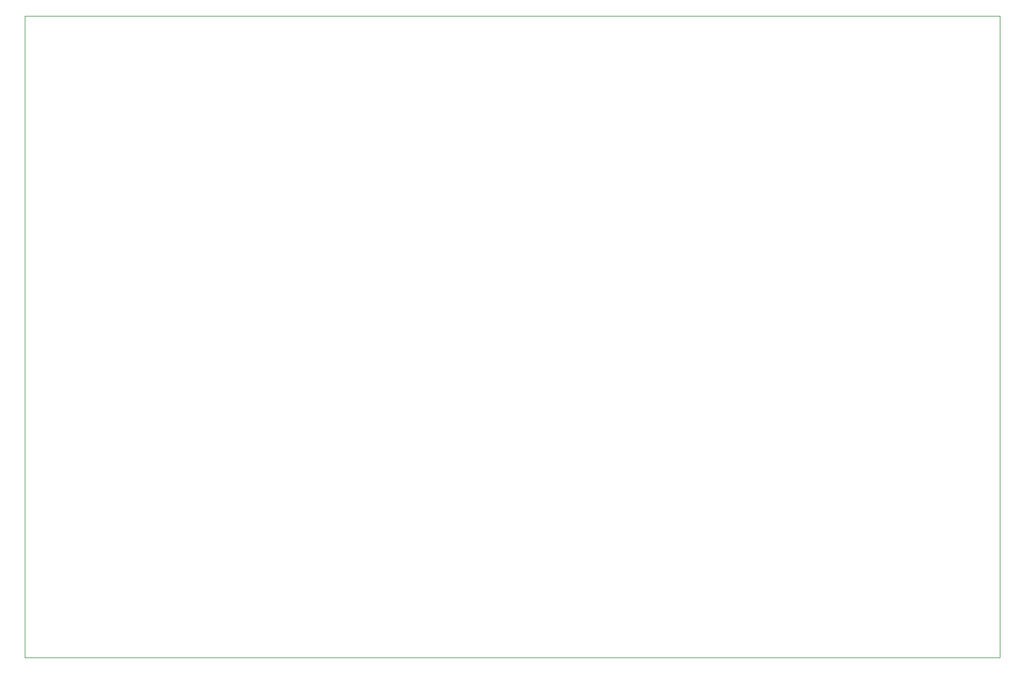
<source format=gm1>
G04 #@! TF.GenerationSoftware,KiCad,Pcbnew,8.0.8*
G04 #@! TF.CreationDate,2025-02-17T02:27:16-05:00*
G04 #@! TF.ProjectId,PreAmpEQ,50726541-6d70-4455-912e-6b696361645f,1.0*
G04 #@! TF.SameCoordinates,Original*
G04 #@! TF.FileFunction,Profile,NP*
%FSLAX46Y46*%
G04 Gerber Fmt 4.6, Leading zero omitted, Abs format (unit mm)*
G04 Created by KiCad (PCBNEW 8.0.8) date 2025-02-17 02:27:16*
%MOMM*%
%LPD*%
G01*
G04 APERTURE LIST*
G04 #@! TA.AperFunction,Profile*
%ADD10C,0.050000*%
G04 #@! TD*
G04 APERTURE END LIST*
D10*
X79756000Y-39624000D02*
X219710000Y-39624000D01*
X219710000Y-131826000D01*
X79756000Y-131826000D01*
X79756000Y-39624000D01*
M02*

</source>
